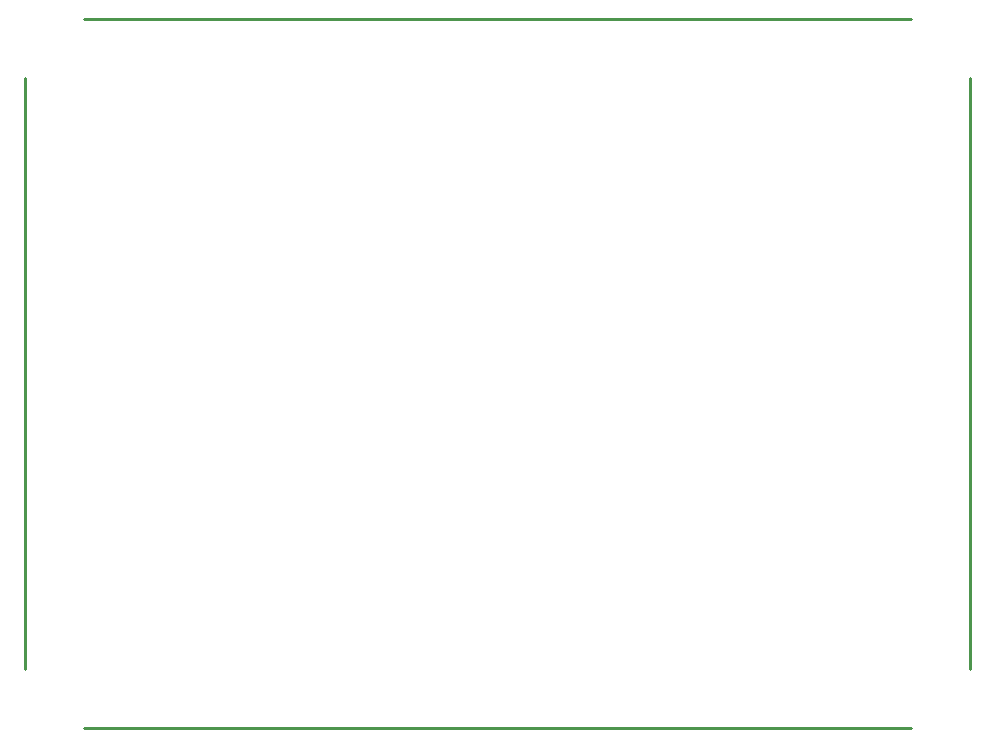
<source format=gm1>
G04 Layer_Color=16711935*
%FSLAX42Y42*%
%MOMM*%
G71*
G01*
G75*
%ADD17C,0.25*%
D17*
X500Y-0D02*
X7500D01*
X8000Y500D02*
Y5500D01*
X500Y6000D02*
X7500D01*
X0Y500D02*
Y5500D01*
M02*

</source>
